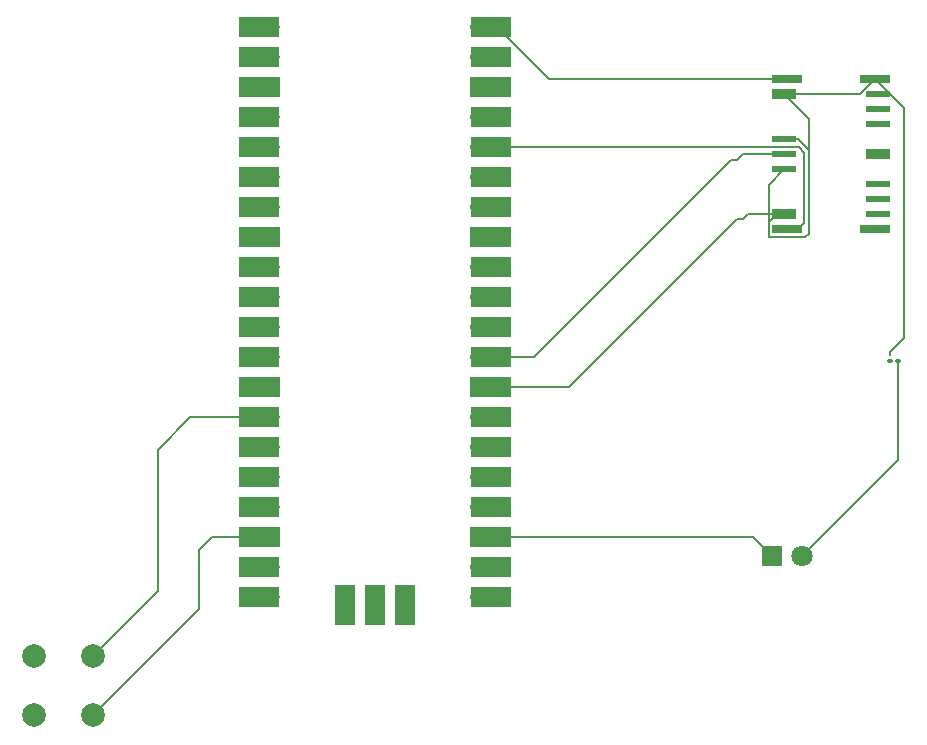
<source format=gbr>
%TF.GenerationSoftware,KiCad,Pcbnew,8.0.0*%
%TF.CreationDate,2024-03-31T15:48:46-03:00*%
%TF.ProjectId,schematic,73636865-6d61-4746-9963-2e6b69636164,rev?*%
%TF.SameCoordinates,Original*%
%TF.FileFunction,Copper,L1,Top*%
%TF.FilePolarity,Positive*%
%FSLAX46Y46*%
G04 Gerber Fmt 4.6, Leading zero omitted, Abs format (unit mm)*
G04 Created by KiCad (PCBNEW 8.0.0) date 2024-03-31 15:48:46*
%MOMM*%
%LPD*%
G01*
G04 APERTURE LIST*
G04 Aperture macros list*
%AMRoundRect*
0 Rectangle with rounded corners*
0 $1 Rounding radius*
0 $2 $3 $4 $5 $6 $7 $8 $9 X,Y pos of 4 corners*
0 Add a 4 corners polygon primitive as box body*
4,1,4,$2,$3,$4,$5,$6,$7,$8,$9,$2,$3,0*
0 Add four circle primitives for the rounded corners*
1,1,$1+$1,$2,$3*
1,1,$1+$1,$4,$5*
1,1,$1+$1,$6,$7*
1,1,$1+$1,$8,$9*
0 Add four rect primitives between the rounded corners*
20,1,$1+$1,$2,$3,$4,$5,0*
20,1,$1+$1,$4,$5,$6,$7,0*
20,1,$1+$1,$6,$7,$8,$9,0*
20,1,$1+$1,$8,$9,$2,$3,0*%
G04 Aperture macros list end*
%TA.AperFunction,ComponentPad*%
%ADD10O,1.700000X1.700000*%
%TD*%
%TA.AperFunction,SMDPad,CuDef*%
%ADD11R,3.500000X1.700000*%
%TD*%
%TA.AperFunction,ComponentPad*%
%ADD12R,1.700000X1.700000*%
%TD*%
%TA.AperFunction,SMDPad,CuDef*%
%ADD13R,1.700000X3.500000*%
%TD*%
%TA.AperFunction,ComponentPad*%
%ADD14C,2.000000*%
%TD*%
%TA.AperFunction,SMDPad,CuDef*%
%ADD15RoundRect,0.100000X-0.130000X-0.100000X0.130000X-0.100000X0.130000X0.100000X-0.130000X0.100000X0*%
%TD*%
%TA.AperFunction,SMDPad,CuDef*%
%ADD16R,2.500000X0.700000*%
%TD*%
%TA.AperFunction,SMDPad,CuDef*%
%ADD17R,2.000000X0.900000*%
%TD*%
%TA.AperFunction,SMDPad,CuDef*%
%ADD18R,2.000000X0.600000*%
%TD*%
%TA.AperFunction,SMDPad,CuDef*%
%ADD19R,2.000000X0.500000*%
%TD*%
%TA.AperFunction,ComponentPad*%
%ADD20R,1.800000X1.800000*%
%TD*%
%TA.AperFunction,ComponentPad*%
%ADD21C,1.800000*%
%TD*%
%TA.AperFunction,ViaPad*%
%ADD22C,0.600000*%
%TD*%
%TA.AperFunction,Conductor*%
%ADD23C,0.200000*%
%TD*%
G04 APERTURE END LIST*
D10*
%TO.P,U1,1,GPIO0*%
%TO.N,unconnected-(U1-GPIO0-Pad1)*%
X75000000Y-70740000D03*
D11*
X74100000Y-70740000D03*
D10*
%TO.P,U1,2,GPIO1*%
%TO.N,unconnected-(U1-GPIO1-Pad2)*%
X75000000Y-73280000D03*
D11*
X74100000Y-73280000D03*
D12*
%TO.P,U1,3,GND*%
%TO.N,unconnected-(U1-GND-Pad3)*%
X75000000Y-75820000D03*
D11*
X74100000Y-75820000D03*
D10*
%TO.P,U1,4,GPIO2*%
%TO.N,unconnected-(U1-GPIO2-Pad4)*%
X75000000Y-78360000D03*
D11*
X74100000Y-78360000D03*
D10*
%TO.P,U1,5,GPIO3*%
%TO.N,unconnected-(U1-GPIO3-Pad5)*%
X75000000Y-80900000D03*
D11*
X74100000Y-80900000D03*
D10*
%TO.P,U1,6,GPIO4*%
%TO.N,unconnected-(U1-GPIO4-Pad6)*%
X75000000Y-83440000D03*
D11*
X74100000Y-83440000D03*
D10*
%TO.P,U1,7,GPIO5*%
%TO.N,unconnected-(U1-GPIO5-Pad7)*%
X75000000Y-85980000D03*
D11*
X74100000Y-85980000D03*
D12*
%TO.P,U1,8,GND*%
%TO.N,unconnected-(U1-GND-Pad8)*%
X75000000Y-88520000D03*
D11*
X74100000Y-88520000D03*
D10*
%TO.P,U1,9,GPIO6*%
%TO.N,unconnected-(U1-GPIO6-Pad9)*%
X75000000Y-91060000D03*
D11*
X74100000Y-91060000D03*
D10*
%TO.P,U1,10,GPIO7*%
%TO.N,unconnected-(U1-GPIO7-Pad10)*%
X75000000Y-93600000D03*
D11*
X74100000Y-93600000D03*
D10*
%TO.P,U1,11,GPIO8*%
%TO.N,unconnected-(U1-GPIO8-Pad11)*%
X75000000Y-96140000D03*
D11*
X74100000Y-96140000D03*
D10*
%TO.P,U1,12,GPIO9*%
%TO.N,unconnected-(U1-GPIO9-Pad12)*%
X75000000Y-98680000D03*
D11*
X74100000Y-98680000D03*
D12*
%TO.P,U1,13,GND*%
%TO.N,unconnected-(U1-GND-Pad13)*%
X75000000Y-101220000D03*
D11*
X74100000Y-101220000D03*
D10*
%TO.P,U1,14,GPIO10*%
%TO.N,Net-(U1-GPIO10)*%
X75000000Y-103760000D03*
D11*
X74100000Y-103760000D03*
D10*
%TO.P,U1,15,GPIO11*%
%TO.N,unconnected-(U1-GPIO11-Pad15)*%
X75000000Y-106300000D03*
D11*
X74100000Y-106300000D03*
D10*
%TO.P,U1,16,GPIO12*%
%TO.N,unconnected-(U1-GPIO12-Pad16)*%
X75000000Y-108840000D03*
D11*
X74100000Y-108840000D03*
D10*
%TO.P,U1,17,GPIO13*%
%TO.N,unconnected-(U1-GPIO13-Pad17)*%
X75000000Y-111380000D03*
D11*
X74100000Y-111380000D03*
D12*
%TO.P,U1,18,GND*%
%TO.N,Net-(SW1-Pad4)*%
X75000000Y-113920000D03*
D11*
X74100000Y-113920000D03*
D10*
%TO.P,U1,19,GPIO14*%
%TO.N,unconnected-(U1-GPIO14-Pad19)*%
X75000000Y-116460000D03*
D11*
X74100000Y-116460000D03*
D10*
%TO.P,U1,20,GPIO15*%
%TO.N,unconnected-(U1-GPIO15-Pad20)*%
X75000000Y-119000000D03*
D11*
X74100000Y-119000000D03*
D10*
%TO.P,U1,21,GPIO16*%
%TO.N,unconnected-(U1-GPIO16-Pad21)*%
X92780000Y-119000000D03*
D11*
X93680000Y-119000000D03*
D10*
%TO.P,U1,22,GPIO17*%
%TO.N,unconnected-(U1-GPIO17-Pad22)*%
X92780000Y-116460000D03*
D11*
X93680000Y-116460000D03*
D12*
%TO.P,U1,23,GND*%
%TO.N,Net-(D1-K)*%
X92780000Y-113920000D03*
D11*
X93680000Y-113920000D03*
D10*
%TO.P,U1,24,GPIO18*%
%TO.N,unconnected-(U1-GPIO18-Pad24)*%
X92780000Y-111380000D03*
D11*
X93680000Y-111380000D03*
D10*
%TO.P,U1,25,GPIO19*%
%TO.N,unconnected-(U1-GPIO19-Pad25)*%
X92780000Y-108840000D03*
D11*
X93680000Y-108840000D03*
D10*
%TO.P,U1,26,GPIO20*%
%TO.N,unconnected-(U1-GPIO20-Pad26)*%
X92780000Y-106300000D03*
D11*
X93680000Y-106300000D03*
D10*
%TO.P,U1,27,GPIO21*%
%TO.N,unconnected-(U1-GPIO21-Pad27)*%
X92780000Y-103760000D03*
D11*
X93680000Y-103760000D03*
D12*
%TO.P,U1,28,GND*%
%TO.N,Net-(K1-GND-Pad10)*%
X92780000Y-101220000D03*
D11*
X93680000Y-101220000D03*
D10*
%TO.P,U1,29,GPIO22*%
%TO.N,Net-(U1-GPIO22)*%
X92780000Y-98680000D03*
D11*
X93680000Y-98680000D03*
D10*
%TO.P,U1,30,RUN*%
%TO.N,unconnected-(U1-RUN-Pad30)*%
X92780000Y-96140000D03*
D11*
X93680000Y-96140000D03*
D10*
%TO.P,U1,31,GPIO26_ADC0*%
%TO.N,unconnected-(U1-GPIO26_ADC0-Pad31)*%
X92780000Y-93600000D03*
D11*
X93680000Y-93600000D03*
D10*
%TO.P,U1,32,GPIO27_ADC1*%
%TO.N,unconnected-(U1-GPIO27_ADC1-Pad32)*%
X92780000Y-91060000D03*
D11*
X93680000Y-91060000D03*
D12*
%TO.P,U1,33,AGND*%
%TO.N,unconnected-(U1-AGND-Pad33)*%
X92780000Y-88520000D03*
D11*
X93680000Y-88520000D03*
D10*
%TO.P,U1,34,GPIO28_ADC2*%
%TO.N,unconnected-(U1-GPIO28_ADC2-Pad34)*%
X92780000Y-85980000D03*
D11*
X93680000Y-85980000D03*
D10*
%TO.P,U1,35,ADC_VREF*%
%TO.N,unconnected-(U1-ADC_VREF-Pad35)*%
X92780000Y-83440000D03*
D11*
X93680000Y-83440000D03*
D10*
%TO.P,U1,36,3V3*%
%TO.N,Net-(U1-3V3)*%
X92780000Y-80900000D03*
D11*
X93680000Y-80900000D03*
D10*
%TO.P,U1,37,3V3_EN*%
%TO.N,unconnected-(U1-3V3_EN-Pad37)*%
X92780000Y-78360000D03*
D11*
X93680000Y-78360000D03*
D12*
%TO.P,U1,38,GND*%
%TO.N,unconnected-(U1-GND-Pad38)*%
X92780000Y-75820000D03*
D11*
X93680000Y-75820000D03*
D10*
%TO.P,U1,39,VSYS*%
%TO.N,unconnected-(U1-VSYS-Pad39)*%
X92780000Y-73280000D03*
D11*
X93680000Y-73280000D03*
D10*
%TO.P,U1,40,VBUS*%
%TO.N,Net-(U1-VBUS)*%
X92780000Y-70740000D03*
D11*
X93680000Y-70740000D03*
D10*
%TO.P,U1,41,SWCLK*%
%TO.N,unconnected-(U1-SWCLK-Pad41)*%
X81350000Y-118770000D03*
D13*
X81350000Y-119670000D03*
D12*
%TO.P,U1,42,GND*%
%TO.N,unconnected-(U1-GND-Pad42)*%
X83890000Y-118770000D03*
D13*
X83890000Y-119670000D03*
D10*
%TO.P,U1,43,SWDIO*%
%TO.N,unconnected-(U1-SWDIO-Pad43)*%
X86430000Y-118770000D03*
D13*
X86430000Y-119670000D03*
%TD*%
D14*
%TO.P,SW1,1,1*%
%TO.N,unconnected-(SW1-Pad1)*%
X55000000Y-124000000D03*
%TO.P,SW1,2,2*%
%TO.N,Net-(U1-GPIO10)*%
X60000000Y-124000000D03*
%TO.P,SW1,3,3*%
%TO.N,unconnected-(SW1-Pad3)*%
X55000000Y-129000000D03*
%TO.P,SW1,4,4*%
%TO.N,Net-(SW1-Pad4)*%
X60000000Y-129000000D03*
%TD*%
D15*
%TO.P,R1,1*%
%TO.N,Net-(K1-Pad20)*%
X127500000Y-99000000D03*
%TO.P,R1,2*%
%TO.N,Net-(D1-A)*%
X128140000Y-99000000D03*
%TD*%
D16*
%TO.P,K1,1*%
%TO.N,Net-(U1-VBUS)*%
X118750000Y-75150000D03*
D17*
%TO.P,K1,2,GND*%
%TO.N,Net-(K1-GND-Pad10)*%
X118500000Y-76420000D03*
D18*
%TO.P,K1,5,GND*%
X118500000Y-80230000D03*
D19*
%TO.P,K1,6*%
%TO.N,Net-(U1-GPIO22)*%
X118500000Y-81500000D03*
D18*
%TO.P,K1,7,GND*%
%TO.N,Net-(K1-GND-Pad10)*%
X118500000Y-82770000D03*
D17*
%TO.P,K1,10,GND*%
X118500000Y-86580000D03*
D16*
%TO.P,K1,11*%
%TO.N,Net-(U1-3V3)*%
X118750000Y-87850000D03*
%TO.P,K1,12,GND*%
%TO.N,Net-(K1-GND-Pad10)*%
X126250000Y-87850000D03*
D18*
%TO.P,K1,13,GND*%
X126500000Y-86580000D03*
D19*
%TO.P,K1,14*%
%TO.N,unconnected-(K1-Pad14)*%
X126500000Y-85310000D03*
D18*
%TO.P,K1,15,GND*%
%TO.N,Net-(K1-GND-Pad10)*%
X126500000Y-84040000D03*
D17*
%TO.P,K1,17,GND*%
X126500000Y-81500000D03*
D18*
%TO.P,K1,19,GND*%
X126500000Y-78960000D03*
D19*
%TO.P,K1,20*%
%TO.N,Net-(K1-Pad20)*%
X126500000Y-77690000D03*
D18*
%TO.P,K1,21,GND*%
%TO.N,Net-(K1-GND-Pad10)*%
X126500000Y-76420000D03*
D16*
%TO.P,K1,22,GND*%
X126250000Y-75150000D03*
%TD*%
D20*
%TO.P,D1,1,K*%
%TO.N,Net-(D1-K)*%
X117460000Y-115500000D03*
D21*
%TO.P,D1,2,A*%
%TO.N,Net-(D1-A)*%
X120000000Y-115500000D03*
%TD*%
D22*
%TO.N,Net-(K1-GND-Pad10)*%
X118500000Y-86580000D03*
%TD*%
D23*
%TO.N,Net-(K1-GND-Pad10)*%
X127500000Y-98201544D02*
X127500000Y-98500000D01*
X128670000Y-77570000D02*
X128670000Y-97031544D01*
X128670000Y-97031544D02*
X127500000Y-98201544D01*
X126250000Y-75150000D02*
X128670000Y-77570000D01*
X117200000Y-88500000D02*
X117200000Y-84070000D01*
X120300000Y-88500000D02*
X117200000Y-88500000D01*
X117200000Y-84070000D02*
X118500000Y-82770000D01*
X120600000Y-88200000D02*
X120300000Y-88500000D01*
X120600000Y-81130000D02*
X120600000Y-88200000D01*
X119700000Y-80230000D02*
X120600000Y-81130000D01*
X118500000Y-80230000D02*
X119700000Y-80230000D01*
X117200000Y-88500000D02*
X117200000Y-87200000D01*
X117200000Y-87200000D02*
X117820000Y-86580000D01*
X117820000Y-86580000D02*
X118500000Y-86580000D01*
X120600000Y-78520000D02*
X120600000Y-88200000D01*
X118500000Y-76420000D02*
X120600000Y-78520000D01*
X124980000Y-76420000D02*
X126250000Y-75150000D01*
X118500000Y-76420000D02*
X124980000Y-76420000D01*
%TO.N,Net-(U1-GPIO10)*%
X65500000Y-118500000D02*
X65500000Y-106500000D01*
X68240000Y-103760000D02*
X75000000Y-103760000D01*
X60000000Y-124000000D02*
X65500000Y-118500000D01*
X65500000Y-106500000D02*
X68240000Y-103760000D01*
%TO.N,Net-(SW1-Pad4)*%
X69000000Y-115000000D02*
X70080000Y-113920000D01*
X69000000Y-120000000D02*
X69000000Y-115000000D01*
X60000000Y-129000000D02*
X69000000Y-120000000D01*
X70080000Y-113920000D02*
X75000000Y-113920000D01*
%TO.N,Net-(U1-VBUS)*%
X94240000Y-70740000D02*
X98650000Y-75150000D01*
X98650000Y-75150000D02*
X118750000Y-75150000D01*
X92780000Y-70740000D02*
X94240000Y-70740000D01*
%TO.N,Net-(U1-3V3)*%
X120200000Y-87300000D02*
X119650000Y-87850000D01*
X120200000Y-81350000D02*
X120200000Y-87300000D01*
X119650000Y-87850000D02*
X118750000Y-87850000D01*
X119750000Y-80900000D02*
X120200000Y-81350000D01*
X92780000Y-80900000D02*
X119750000Y-80900000D01*
%TO.N,Net-(U1-GPIO22)*%
X115000000Y-81500000D02*
X118500000Y-81500000D01*
X114500000Y-82000000D02*
X115000000Y-81500000D01*
X114000000Y-82000000D02*
X114500000Y-82000000D01*
X97320000Y-98680000D02*
X114000000Y-82000000D01*
X92780000Y-98680000D02*
X97320000Y-98680000D01*
%TO.N,Net-(K1-GND-Pad10)*%
X115000000Y-87000000D02*
X115420000Y-86580000D01*
X114500000Y-87000000D02*
X115000000Y-87000000D01*
X115420000Y-86580000D02*
X118500000Y-86580000D01*
X100280000Y-101220000D02*
X114500000Y-87000000D01*
X92780000Y-101220000D02*
X100280000Y-101220000D01*
%TO.N,Net-(D1-A)*%
X128140000Y-107360000D02*
X128140000Y-99000000D01*
X120000000Y-115500000D02*
X128140000Y-107360000D01*
%TO.N,Net-(D1-K)*%
X115880000Y-113920000D02*
X117460000Y-115500000D01*
X92780000Y-113920000D02*
X115880000Y-113920000D01*
%TD*%
M02*

</source>
